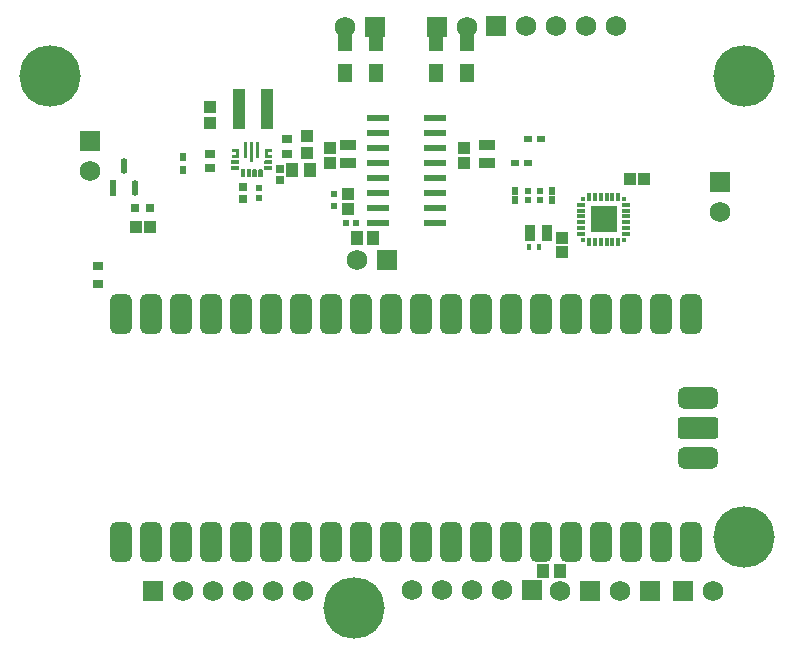
<source format=gbr>
%TF.GenerationSoftware,Altium Limited,Altium Designer,25.7.1 (20)*%
G04 Layer_Color=8388736*
%FSLAX45Y45*%
%MOMM*%
%TF.SameCoordinates,C331EA04-0F80-4B25-860E-1567A5D6E8FC*%
%TF.FilePolarity,Negative*%
%TF.FileFunction,Soldermask,Top*%
%TF.Part,Single*%
G01*
G75*
%TA.AperFunction,SMDPad,CuDef*%
%ADD11R,0.90000X0.80000*%
%ADD16R,0.67248X0.71535*%
%ADD17R,0.90000X0.75000*%
%ADD24R,1.35000X0.95000*%
%ADD26R,0.40000X0.50000*%
%ADD27R,0.95000X1.35000*%
%ADD28R,1.98120X0.55880*%
%ADD29R,1.00620X1.10506*%
%ADD31R,0.52000X0.52000*%
%ADD35R,0.52000X0.52000*%
%ADD36R,0.70000X0.65000*%
G04:AMPARAMS|DCode=37|XSize=1.35872mm|YSize=0.58684mm|CornerRadius=0.29342mm|HoleSize=0mm|Usage=FLASHONLY|Rotation=90.000|XOffset=0mm|YOffset=0mm|HoleType=Round|Shape=RoundedRectangle|*
%AMROUNDEDRECTD37*
21,1,1.35872,0.00000,0,0,90.0*
21,1,0.77188,0.58684,0,0,90.0*
1,1,0.58684,0.00000,0.38594*
1,1,0.58684,0.00000,-0.38594*
1,1,0.58684,0.00000,-0.38594*
1,1,0.58684,0.00000,0.38594*
%
%ADD37ROUNDEDRECTD37*%
%ADD38R,0.58684X1.35872*%
%ADD39R,0.66040X0.50800*%
%ADD40R,0.60000X0.50000*%
%ADD41R,0.98000X3.40000*%
%ADD44R,0.50800X0.66040*%
%TA.AperFunction,NonConductor*%
%ADD81C,0.75000*%
%TA.AperFunction,SMDPad,CuDef*%
G04:AMPARAMS|DCode=82|XSize=3.4032mm|YSize=1.8032mm|CornerRadius=0.5016mm|HoleSize=0mm|Usage=FLASHONLY|Rotation=90.000|XOffset=0mm|YOffset=0mm|HoleType=Round|Shape=RoundedRectangle|*
%AMROUNDEDRECTD82*
21,1,3.40320,0.80000,0,0,90.0*
21,1,2.40000,1.80320,0,0,90.0*
1,1,1.00320,0.40000,1.20000*
1,1,1.00320,0.40000,-1.20000*
1,1,1.00320,-0.40000,-1.20000*
1,1,1.00320,-0.40000,1.20000*
%
%ADD82ROUNDEDRECTD82*%
G04:AMPARAMS|DCode=83|XSize=3.4032mm|YSize=1.8032mm|CornerRadius=0.5016mm|HoleSize=0mm|Usage=FLASHONLY|Rotation=180.000|XOffset=0mm|YOffset=0mm|HoleType=Round|Shape=RoundedRectangle|*
%AMROUNDEDRECTD83*
21,1,3.40320,0.80000,0,0,180.0*
21,1,2.40000,1.80320,0,0,180.0*
1,1,1.00320,-1.20000,0.40000*
1,1,1.00320,1.20000,0.40000*
1,1,1.00320,1.20000,-0.40000*
1,1,1.00320,-1.20000,-0.40000*
%
%ADD83ROUNDEDRECTD83*%
G04:AMPARAMS|DCode=84|XSize=3.4032mm|YSize=1.8032mm|CornerRadius=0.1976mm|HoleSize=0mm|Usage=FLASHONLY|Rotation=180.000|XOffset=0mm|YOffset=0mm|HoleType=Round|Shape=RoundedRectangle|*
%AMROUNDEDRECTD84*
21,1,3.40320,1.40800,0,0,180.0*
21,1,3.00800,1.80320,0,0,180.0*
1,1,0.39520,-1.50400,0.70400*
1,1,0.39520,1.50400,0.70400*
1,1,0.39520,1.50400,-0.70400*
1,1,0.39520,-1.50400,-0.70400*
%
%ADD84ROUNDEDRECTD84*%
%ADD85R,1.00320X1.20320*%
%ADD86R,0.38000X0.74000*%
%ADD87R,0.59000X0.64000*%
%ADD88R,2.24000X2.24000*%
%ADD89R,0.39000X0.39000*%
%ADD90R,0.74000X0.38000*%
%ADD91R,1.00320X1.10320*%
%ADD92R,1.10320X1.00320*%
%ADD93R,1.00320X1.15320*%
%ADD94R,1.20320X1.60320*%
%TA.AperFunction,ComponentPad*%
%ADD95R,1.75320X1.75320*%
%ADD96C,1.75320*%
%ADD97R,1.75320X1.75320*%
%TA.AperFunction,ViaPad*%
%ADD98C,5.20320*%
G36*
X1877832Y3884238D02*
X1879239Y3882832D01*
X1880000Y3880994D01*
X1880000Y3880000D01*
X1880000Y3865000D01*
X1880000Y3864005D01*
X1879239Y3862167D01*
X1877832Y3860761D01*
X1875994Y3859999D01*
X1875000Y3860000D01*
X1845000D01*
Y3834999D01*
X1875000Y3834999D01*
Y3834999D01*
X1875994D01*
X1877832Y3834238D01*
X1879238Y3832832D01*
X1880000Y3830994D01*
Y3829999D01*
X1880000Y3814999D01*
Y3814999D01*
X1880000Y3814005D01*
X1879239Y3812167D01*
X1877832Y3810760D01*
X1875994Y3809999D01*
X1875000Y3809999D01*
X1825000Y3810000D01*
X1825000D01*
X1824005Y3809999D01*
X1822167Y3810760D01*
X1820761Y3812167D01*
X1820000Y3814005D01*
X1820000Y3814999D01*
X1820000Y3879999D01*
X1819999Y3880994D01*
X1820761Y3882832D01*
X1822167Y3884238D01*
X1824005Y3885000D01*
X1825000Y3884999D01*
X1875000Y3885000D01*
Y3884999D01*
X1875994Y3885000D01*
X1877832Y3884238D01*
D02*
G37*
G36*
X1595000Y3884999D02*
X1595994D01*
X1597832Y3884238D01*
X1599238Y3882831D01*
X1600000Y3880994D01*
Y3879999D01*
X1600000Y3880000D01*
X1600000Y3814999D01*
X1600000Y3814005D01*
X1599239Y3812167D01*
X1597832Y3810760D01*
X1595994Y3809999D01*
X1595000Y3810000D01*
X1545000Y3809999D01*
X1544005Y3809999D01*
X1542167Y3810760D01*
X1540761Y3812167D01*
X1539999Y3814005D01*
X1540000Y3814999D01*
X1540000D01*
Y3829999D01*
Y3830994D01*
X1540761Y3832832D01*
X1542168Y3834238D01*
X1544005Y3834999D01*
X1545000D01*
X1545000Y3834999D01*
X1575000D01*
Y3860000D01*
X1545000D01*
X1544005Y3859999D01*
X1542167Y3860761D01*
X1540761Y3862167D01*
X1539999Y3864005D01*
X1540000Y3865000D01*
X1540000D01*
Y3879999D01*
Y3880994D01*
X1540761Y3882831D01*
X1542168Y3884238D01*
X1544005Y3884999D01*
X1545000D01*
X1545000Y3885000D01*
X1595000Y3884999D01*
D02*
G37*
G36*
X1770332Y3939239D02*
X1771739Y3937832D01*
X1772500Y3935994D01*
Y3935000D01*
Y3810000D01*
Y3809005D01*
X1771739Y3807167D01*
X1770332Y3805761D01*
X1768494Y3805000D01*
X1751505D01*
X1749668Y3805761D01*
X1748261Y3807167D01*
X1747500Y3809005D01*
Y3810000D01*
Y3935000D01*
Y3935994D01*
X1748261Y3937832D01*
X1749668Y3939239D01*
X1751505Y3940000D01*
X1768494D01*
X1770332Y3939239D01*
D02*
G37*
G36*
X1670332D02*
X1671739Y3937832D01*
X1672500Y3935994D01*
Y3935000D01*
Y3810000D01*
Y3809005D01*
X1671739Y3807167D01*
X1670332Y3805761D01*
X1668494Y3805000D01*
X1651505D01*
X1649668Y3805761D01*
X1648261Y3807167D01*
X1647500Y3809005D01*
Y3810000D01*
Y3935000D01*
Y3935994D01*
X1648261Y3937832D01*
X1649668Y3939239D01*
X1651505Y3940000D01*
X1668494D01*
X1670332Y3939239D01*
D02*
G37*
G36*
X1720332D02*
X1721738Y3937832D01*
X1722500Y3935994D01*
Y3935000D01*
Y3775000D01*
Y3774005D01*
X1721738Y3772167D01*
X1720332Y3770761D01*
X1718494Y3770000D01*
X1701505D01*
X1699668Y3770761D01*
X1698261Y3772167D01*
X1697500Y3774005D01*
Y3775000D01*
X1697500Y3934999D01*
Y3935994D01*
X1698261Y3937832D01*
X1699667Y3939238D01*
X1701505Y3939999D01*
X1702500D01*
X1702500Y3940000D01*
X1718494D01*
X1720332Y3939239D01*
D02*
G37*
G36*
X1880664Y3788477D02*
X1883477Y3785664D01*
X1885000Y3781989D01*
Y3780000D01*
Y3765000D01*
Y3763011D01*
X1883477Y3759335D01*
X1880664Y3756522D01*
X1876989Y3755000D01*
X1823011D01*
X1819335Y3756522D01*
X1816522Y3759335D01*
X1815000Y3763011D01*
Y3765000D01*
Y3780000D01*
Y3781989D01*
X1816522Y3785664D01*
X1819335Y3788477D01*
X1823011Y3790000D01*
X1876989D01*
X1880664Y3788477D01*
D02*
G37*
G36*
X1600664D02*
X1603477Y3785664D01*
X1605000Y3781989D01*
Y3780000D01*
Y3765000D01*
Y3763011D01*
X1603477Y3759335D01*
X1600664Y3756522D01*
X1596989Y3755000D01*
X1543011D01*
X1539335Y3756522D01*
X1536522Y3759335D01*
X1535000Y3763011D01*
Y3765000D01*
Y3780000D01*
Y3781989D01*
X1536522Y3785664D01*
X1539335Y3788477D01*
X1543011Y3790000D01*
X1596989D01*
X1600664Y3788477D01*
D02*
G37*
G36*
X1875000Y3740000D02*
X1876989D01*
X1880664Y3738477D01*
X1883477Y3735664D01*
X1885000Y3731989D01*
Y3730000D01*
Y3715000D01*
Y3713010D01*
X1883477Y3709335D01*
X1880664Y3706522D01*
X1876989Y3705000D01*
X1823011D01*
X1819335Y3706522D01*
X1816522Y3709335D01*
X1815000Y3713010D01*
Y3715000D01*
Y3730000D01*
Y3731989D01*
X1816522Y3735664D01*
X1819335Y3738477D01*
X1823011Y3740000D01*
X1825000D01*
Y3740000D01*
X1875000Y3740000D01*
D02*
G37*
G36*
X1595000D02*
X1596989D01*
X1600664Y3738477D01*
X1603477Y3735664D01*
X1605000Y3731989D01*
Y3730000D01*
Y3715000D01*
Y3713010D01*
X1603477Y3709335D01*
X1600664Y3706522D01*
X1596989Y3705000D01*
X1543011D01*
X1539335Y3706522D01*
X1536522Y3709335D01*
X1535000Y3713010D01*
Y3715000D01*
Y3730000D01*
Y3731989D01*
X1536522Y3735664D01*
X1539335Y3738477D01*
X1543011Y3740000D01*
X1545000D01*
Y3740000D01*
X1595000Y3740000D01*
D02*
G37*
G36*
X1798164Y3713477D02*
X1800977Y3710664D01*
X1802500Y3706989D01*
Y3705000D01*
Y3655000D01*
Y3653010D01*
X1800977Y3649335D01*
X1798164Y3646522D01*
X1794489Y3645000D01*
X1775511D01*
X1771835Y3646522D01*
X1769022Y3649335D01*
X1767500Y3653010D01*
Y3655000D01*
Y3705000D01*
Y3706989D01*
X1769022Y3710664D01*
X1771835Y3713477D01*
X1775511Y3715000D01*
X1794489D01*
X1798164Y3713477D01*
D02*
G37*
G36*
X1748164D02*
X1750977Y3710664D01*
X1752500Y3706989D01*
Y3705000D01*
Y3655000D01*
Y3653010D01*
X1750977Y3649335D01*
X1748164Y3646522D01*
X1744489Y3645000D01*
X1725511D01*
X1721835Y3646522D01*
X1719022Y3649335D01*
X1717500Y3653010D01*
Y3655000D01*
Y3705000D01*
Y3706989D01*
X1719022Y3710664D01*
X1721835Y3713477D01*
X1725511Y3715000D01*
X1744489D01*
X1748164Y3713477D01*
D02*
G37*
G36*
X1698164D02*
X1700977Y3710664D01*
X1702500Y3706989D01*
Y3705000D01*
Y3655000D01*
Y3653010D01*
X1700977Y3649335D01*
X1698164Y3646522D01*
X1694489Y3645000D01*
X1675510D01*
X1671835Y3646522D01*
X1669022Y3649335D01*
X1667500Y3653010D01*
Y3655000D01*
Y3705000D01*
Y3706989D01*
X1669022Y3710664D01*
X1671835Y3713477D01*
X1675510Y3715000D01*
X1694489D01*
X1698164Y3713477D01*
D02*
G37*
G36*
X1648164D02*
X1650977Y3710664D01*
X1652500Y3706989D01*
Y3705000D01*
Y3655000D01*
Y3653010D01*
X1650977Y3649335D01*
X1648164Y3646522D01*
X1644489Y3645000D01*
X1625511D01*
X1621835Y3646522D01*
X1619022Y3649335D01*
X1617500Y3653010D01*
Y3655000D01*
Y3705000D01*
Y3706989D01*
X1619022Y3710664D01*
X1621835Y3713477D01*
X1625511Y3715000D01*
X1644489D01*
X1648164Y3713477D01*
D02*
G37*
D11*
X407500Y2892500D02*
D03*
Y2742500D02*
D03*
D16*
X1950000Y3717856D02*
D03*
Y3622144D02*
D03*
X1640000Y3462143D02*
D03*
Y3557856D02*
D03*
D17*
X2010000Y3845000D02*
D03*
Y3965000D02*
D03*
X1360000Y3725000D02*
D03*
Y3845000D02*
D03*
D24*
X3700000Y3915000D02*
D03*
X2530000D02*
D03*
Y3765000D02*
D03*
X3700000D02*
D03*
D26*
X4060000Y3050000D02*
D03*
X4140000D02*
D03*
D27*
X4065000Y3172500D02*
D03*
X4215000D02*
D03*
D28*
X3261300Y4017500D02*
D03*
X2778700D02*
D03*
X3261300Y3509500D02*
D03*
Y4144500D02*
D03*
Y3890500D02*
D03*
Y3763500D02*
D03*
Y3382500D02*
D03*
X2778700Y3255500D02*
D03*
Y3382500D02*
D03*
Y3509500D02*
D03*
Y3890500D02*
D03*
Y4144500D02*
D03*
Y3636500D02*
D03*
X3261300D02*
D03*
Y3255500D02*
D03*
X2778700Y3763500D02*
D03*
D29*
X2177500Y3990114D02*
D03*
X1360000Y4240057D02*
D03*
Y4099943D02*
D03*
X2177500Y3850000D02*
D03*
D31*
X2510000Y3260000D02*
D03*
X2590000D02*
D03*
D35*
X1770000Y3470000D02*
D03*
X4050000Y3450000D02*
D03*
Y3530000D02*
D03*
X1770000Y3550000D02*
D03*
X4150000Y3450000D02*
D03*
Y3530000D02*
D03*
D36*
X850001Y3380000D02*
D03*
X720000D02*
D03*
D37*
X721500Y3557329D02*
D03*
X630000Y3742671D02*
D03*
D38*
X538500Y3557329D02*
D03*
D39*
X4053660Y3765000D02*
D03*
X3941900D02*
D03*
X4051900Y3970000D02*
D03*
X4163660D02*
D03*
D40*
X2410000Y3400000D02*
D03*
Y3500000D02*
D03*
D41*
X1838500Y4220000D02*
D03*
X1601500D02*
D03*
D44*
X1130000Y3815880D02*
D03*
Y3704120D02*
D03*
D81*
X2775000Y0D02*
G03*
X2375000Y0I-200000J0D01*
G01*
X0Y4300000D02*
G03*
X0Y4700000I0J200000D01*
G01*
X5875000D02*
G03*
X5875000Y4300000I0J-200000D01*
G01*
Y800000D02*
G03*
X5875000Y400000I0J-200000D01*
G01*
D82*
X604000Y552000D02*
D03*
X2636000D02*
D03*
X2890000D02*
D03*
X3144000D02*
D03*
X3398000D02*
D03*
X4160000D02*
D03*
X4414000D02*
D03*
X4668000D02*
D03*
X5176000D02*
D03*
X5430000D02*
D03*
Y2490000D02*
D03*
X5176000D02*
D03*
X4668000D02*
D03*
X4414000D02*
D03*
X4160000D02*
D03*
X3906000D02*
D03*
X3398000D02*
D03*
X3144000D02*
D03*
X2890000D02*
D03*
X2636000D02*
D03*
X2128000D02*
D03*
X1874000D02*
D03*
X1366000D02*
D03*
X858000D02*
D03*
X604000D02*
D03*
X3906000Y552000D02*
D03*
X2128000D02*
D03*
X1620000D02*
D03*
X1366000D02*
D03*
X1874000D02*
D03*
X858000D02*
D03*
X1620000Y2490000D02*
D03*
X1112000Y552000D02*
D03*
X2382000D02*
D03*
X1112000Y2490000D02*
D03*
X2382000D02*
D03*
X3652000Y552000D02*
D03*
X4922000D02*
D03*
X3652000Y2490000D02*
D03*
X4922000D02*
D03*
D83*
X5487000Y1267000D02*
D03*
Y1775000D02*
D03*
D84*
Y1521000D02*
D03*
D85*
X2205000Y3710000D02*
D03*
X2055000D02*
D03*
X4175000Y310000D02*
D03*
X4325000D02*
D03*
D86*
X4565418Y3097917D02*
D03*
X4815418Y3477917D02*
D03*
X4665418D02*
D03*
X4565418D02*
D03*
X4615418D02*
D03*
X4715418D02*
D03*
X4765418D02*
D03*
X4815418Y3097917D02*
D03*
X4765418D02*
D03*
X4715418D02*
D03*
X4665418D02*
D03*
X4615418D02*
D03*
D87*
X3940000Y3452500D02*
D03*
X4250000D02*
D03*
X3940000Y3527500D02*
D03*
X4250000D02*
D03*
D88*
X4690418Y3287917D02*
D03*
D89*
X4865417Y3462917D02*
D03*
Y3112917D02*
D03*
X4515418D02*
D03*
Y3462917D02*
D03*
D90*
X4500418Y3412917D02*
D03*
Y3262917D02*
D03*
Y3162917D02*
D03*
Y3212917D02*
D03*
Y3312917D02*
D03*
Y3362917D02*
D03*
X4880418Y3412917D02*
D03*
Y3362917D02*
D03*
Y3312917D02*
D03*
Y3262917D02*
D03*
Y3212917D02*
D03*
Y3162917D02*
D03*
D91*
X5035000Y3627500D02*
D03*
X852500Y3220000D02*
D03*
X727500D02*
D03*
X4910000Y3627500D02*
D03*
D92*
X4340000Y3007500D02*
D03*
X3510000Y3892500D02*
D03*
X2530000Y3377500D02*
D03*
X2370000Y3892500D02*
D03*
X4340000Y3132500D02*
D03*
X2370000Y3767500D02*
D03*
X2530000Y3502500D02*
D03*
X3510000Y3767500D02*
D03*
D93*
X2735000Y3130000D02*
D03*
X2605000D02*
D03*
D94*
X3530000Y4530000D02*
D03*
X2500000D02*
D03*
X2760000D02*
D03*
X3270000D02*
D03*
Y4790000D02*
D03*
X3530000D02*
D03*
X2500000D02*
D03*
X2760000D02*
D03*
D95*
X3783000Y4925000D02*
D03*
X4574000Y140000D02*
D03*
X2854000Y2940000D02*
D03*
X872000Y140000D02*
D03*
X4084000Y150000D02*
D03*
X5360000Y140000D02*
D03*
X5083999D02*
D03*
X3276000Y4920000D02*
D03*
X2754000D02*
D03*
D96*
X5614000Y140000D02*
D03*
X4829999D02*
D03*
X340000Y3700000D02*
D03*
X3068000Y150000D02*
D03*
X1126000Y140000D02*
D03*
X4037000Y4925000D02*
D03*
X4291000D02*
D03*
X4545000D02*
D03*
X4799000D02*
D03*
X1634000Y140000D02*
D03*
X1380000D02*
D03*
X1888000D02*
D03*
X3576000Y150000D02*
D03*
X3322000D02*
D03*
X3830000D02*
D03*
X5680000Y3346000D02*
D03*
X2600000Y2940000D02*
D03*
X2142000Y140000D02*
D03*
X2500000Y4920000D02*
D03*
X3530000D02*
D03*
X4320000Y140000D02*
D03*
D97*
X5680000Y3600000D02*
D03*
X340000Y3954000D02*
D03*
D98*
X2575000Y0D02*
D03*
X5875000Y600000D02*
D03*
Y4500000D02*
D03*
X0D02*
D03*
%TF.MD5,54f3ae9d530ec501d77a13016a19d263*%
M02*

</source>
